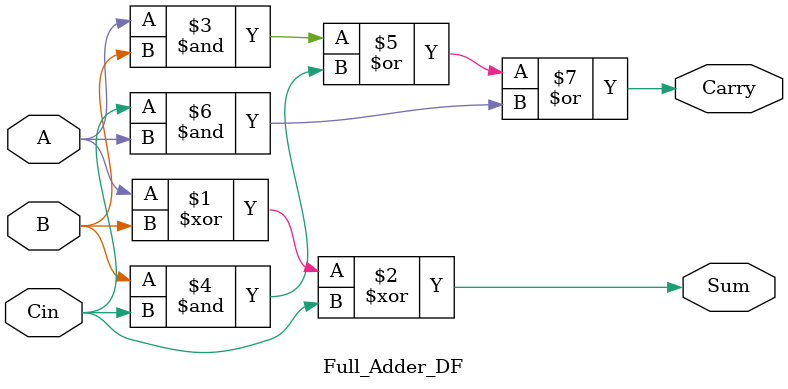
<source format=v>
`timescale 1ns / 1ps


module Full_Adder_DF(
    input A,
    input B,
    input Cin,
    output Sum,
    output Carry
    );
    
    assign Sum = A ^ B ^ Cin;
    assign Carry = (A & B) | (B & Cin) | (Cin & A);
endmodule

</source>
